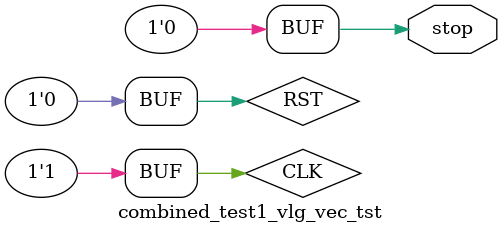
<source format=sv>

module combined_test1_vlg_vec_tst(stop);

output wire stop ;
reg CLK;
reg RST;
                      
combined i1 ( 
	.CLK(CLK),
	.RST(RST)
);



// CLK
always
begin
	CLK = 1'b0;#10
	CLK =  1'b1;#10;
	
end 

// RST
initial
begin
	RST = 1'b1; #10; RST = 1'b0;
end 

assign stop = 1'b0 ;

endmodule
</source>
